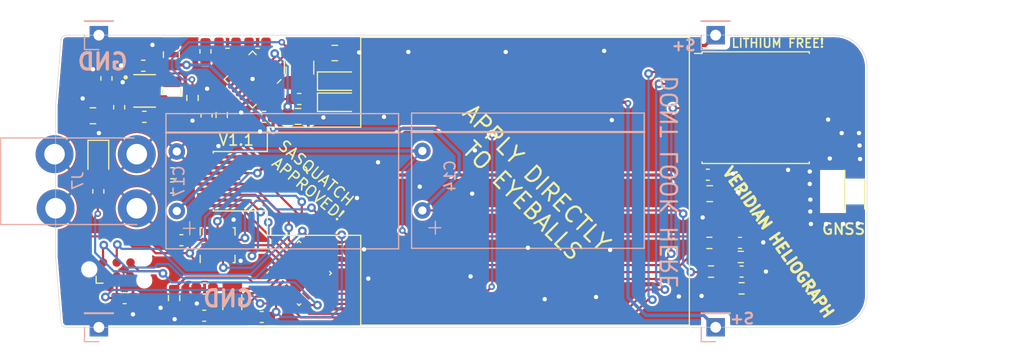
<source format=kicad_pcb>
(kicad_pcb (version 20211014) (generator pcbnew)
  (layers (0 "F.Cu" signal) (31 "B.Cu" signal) (34 "B.Paste" user) (35 "F.Paste" user) (36 "B.SilkS" user "B.Silkscreen") (37 "F.SilkS" user "F.Silkscreen") (38 "B.Mask" user) (39 "F.Mask" user) (44 "Edge.Cuts" user))
  (net 0 "")
  (net 1 "GND")
  (net 2 "VBAT_SENSE")
  (net 3 "VDD")
  (net 4 "VSTOR")
  (net 5 "GPS_EXINT")
  (net 6 "Net-(C4-Pad1)")
  (net 7 "Net-(C10-Pad1)")
  (net 8 "DISP_CS")
  (net 9 "EXTCOMIN")
  (net 11 "GPS_UART_MOSI")
  (net 12 "GPS_UART_MISO")
  (net 13 "Net-(D2-Pad2)")
  (net 14 "LED")
  (net 15 "/GPS_RF")
  (net 16 "VBAT")
  (net 17 "DISP_EN")
  (net 18 "Net-(R4-Pad1)")
  (net 19 "Net-(L2-Pad2)")
  (net 20 "Net-(L2-Pad1)")
  (net 21 "Net-(C6-Pad1)")
  (net 22 "Net-(L3-Pad2)")
  (net 23 "Net-(ROV3-Pad1)")
  (net 24 "Net-(ROV4-Pad1)")
  (net 34 "SOLAR_SENSE1")
  (net 35 "RESET")
  (net 37 "VBATMID")
  (net 38 "VBATMID_SENSE")
  (net 54 "/SWDIO")
  (net 55 "SPI_MOSI")
  (net 56 "SPI_CLK")
  (net 57 "SPI_MISO")
  (net 58 "LIS_INT")
  (net 59 "LIS_CS")
  (net 60 "SOLAR+")
  (net 61 "Net-(D1-Pad2)")
  (net 62 "Net-(D3-Pad2)")
  (net 63 "BOOT0")
  (footprint "Capacitor_SMD:C_0805_2012Metric" (layer "F.Cu") (at 59.7 51.8 -90)
    (fp_text reference "C12" hide)
    (fp_text value "47uF")
  )
  (footprint "Resistor_SMD:R_0603_1608Metric" (layer "F.Cu") (at 52.95 64.4375 90)
    (fp_text reference "R3" hide)
    (fp_text value "390")
  )
  (footprint "Diode_SMD:D_0805_2012Metric" (layer "F.Cu") (at 52.95 61.4 -90)
    (fp_text reference "D2" hide)
    (fp_text value "LED")
  )
  (footprint "Capacitor_SMD:C_0603_1608Metric" (layer "F.Cu") (at 57.2 57.55)
    (fp_text reference "C5" hide)
    (fp_text value "10nF")
  )
  (footprint "Capacitor_SMD:C_0805_2012Metric" (layer "F.Cu") (at 52.45 57.45)
    (fp_text reference "C7" hide)
    (fp_text value "47uF")
  )
  (footprint "Capacitor_SMD:C_0603_1608Metric" (layer "F.Cu") (at 57.1 52.825)
    (fp_text reference "C8" hide)
    (fp_text value "1uF")
  )
  (footprint "Resistor_SMD:R_0603_1608Metric" (layer "F.Cu") (at 54.875 56.6625 -90)
    (fp_text reference "R4" hide)
    (fp_text value "432k")
  )
  (footprint "Resistor_SMD:R_0603_1608Metric" (layer "F.Cu") (at 53.7 54 -90)
    (fp_text reference "R5" hide)
    (fp_text value "91k")
  )
  (footprint "Margo_Lib:VREG_TPS63802DLAR" (layer "F.Cu") (at 57.225 55.15)
    (fp_text reference "U7" hide)
    (fp_text value "TPS63802")
  )
  (footprint "Inductor_SMD:L_0806_2016Metric" (layer "F.Cu") (at 59.725 55.25 -90)
    (fp_text reference "L2" hide)
    (fp_text value "0.47uH")
  )
  (footprint "Capacitor_SMD:C_0805_2012Metric" (layer "F.Cu") (at 74.8 51.65)
    (fp_text reference "C3" hide)
    (fp_text value "4.7uF")
  )
  (footprint "Capacitor_SMD:C_0603_1608Metric" (layer "F.Cu") (at 67.6625 50.7 180)
    (fp_text reference "C6" hide)
    (fp_text value "10nF")
  )
  (footprint "Capacitor_SMD:C_0603_1608Metric" (layer "F.Cu") (at 71.5125 55.9 180)
    (fp_text reference "C19" hide)
    (fp_text value "10nF")
  )
  (footprint "Inductor_SMD:L_1210_3225Metric" (layer "F.Cu") (at 71.5 53 -90)
    (fp_text reference "L3" hide)
    (fp_text value "22uH")
  )
  (footprint "Resistor_SMD:R_0603_1608Metric" (layer "F.Cu") (at 64.8875 50.7)
    (fp_text reference "ROV3" hide)
    (fp_text value "4.30M")
  )
  (footprint "Resistor_SMD:R_0603_1608Metric" (layer "F.Cu") (at 62.85 51.5 90)
    (fp_text reference "ROV4" hide)
    (fp_text value "8.66M")
  )
  (footprint "Capacitor_SMD:C_0603_1608Metric" (layer "F.Cu") (at 59.8 62.76)
    (fp_text reference "C9" hide)
    (fp_text value "1uF")
  )
  (footprint "Capacitor_SMD:C_0603_1608Metric" (layer "F.Cu") (at 59.7875 64.08)
    (fp_text reference "C20" hide)
    (fp_text value "1uF")
  )
  (footprint "Capacitor_SMD:C_0603_1608Metric" (layer "F.Cu") (at 68.2625 57.55)
    (fp_text reference "C15" hide)
    (fp_text value "10nF")
  )
  (footprint "Capacitor_SMD:C_0805_2012Metric" (layer "F.Cu") (at 71.4 57.51 180)
    (fp_text reference "C2" hide)
    (fp_text value "4.7uF")
  )
  (footprint "Capacitor_SMD:C_0603_1608Metric" (layer "F.Cu") (at 68.05 76.05 180)
    (fp_text reference "C25" hide)
    (fp_text value "1uF")
  )
  (footprint "Capacitor_SMD:C_0603_1608Metric" (layer "F.Cu") (at 60.625 68.95)
    (fp_text reference "C26" hide)
    (fp_text value "1uF")
  )
  (footprint "Package_LGA:LGA-16_3x3mm_P0.5mm_LayoutBorder3x5y" (layer "F.Cu") (at 63.97 69.41 90)
    (fp_text reference "U6" hide)
    (fp_text value "LIS3DH" hide)
  )
  (footprint "Margo_Lib:LS013B7DH03" (layer "F.Cu") (at 63.57 63.5 90)
    (fp_text reference "J1" hide)
    (fp_text value "Conn_01x10_Female")
  )
  (footprint "Diode_SMD:D_SOD-323_HandSoldering" (layer "F.Cu") (at 75.1 56.2)
    (fp_text reference "D1" hide)
    (fp_text value "Schottky")
  )
  (footprint "Diode_SMD:D_SOD-323_HandSoldering" (layer "F.Cu") (at 75.1 54.25)
    (fp_text reference "D3" hide)
    (fp_text value "Schottky")
  )
  (footprint "Package_DFN_QFN:QFN-20-1EP_3.5x3.5mm_P0.5mm_EP2x2mm" (layer "F.Cu") (at 67.2 54.1 -135)
    (fp_text reference "U5" hide)
    (fp_text value "BQ25505")
  )
  (footprint "Capacitor_SMD:C_0603_1608Metric" (layer "F.Cu") (at 112.25 69.2 180)
    (fp_text reference "C16" hide)
    (fp_text value "10nF")
  )
  (footprint "Resistor_SMD:R_0603_1608Metric" (layer "F.Cu") (at 109.425 69.2 180)
    (fp_text reference "R2" hide)
    (fp_text value "1M")
  )
  (footprint "Resistor_SMD:R_0603_1608Metric" (layer "F.Cu") (at 112.325 70.5 180)
    (fp_text reference "R6" hide)
    (fp_text value "1M")
  )
  (footprint "Resistor_SMD:R_0603_1608Metric" (layer "F.Cu") (at 109.575 71.85 180)
    (fp_text reference "R12" hide)
    (fp_text value "1M")
  )
  (footprint "Resistor_SMD:R_0603_1608Metric" (layer "F.Cu") (at 64.35 57.375 90)
    (fp_text reference "R15" hide)
    (fp_text value "1M")
  )
  (footprint "Resistor_SMD:R_0603_1608Metric" (layer "F.Cu") (at 112.4 73.4 180)
    (fp_text reference "R13" hide)
    (fp_text value "1M")
  )
  (footprint "Capacitor_SMD:C_0603_1608Metric" (layer "F.Cu") (at 112.4 71.85 180)
    (fp_text reference "C23" hide)
    (fp_text value "10nF")
  )
  (footprint "Capacitor_SMD:C_0603_1608Metric" (layer "F.Cu") (at 62.95 57.425 90)
    (fp_text reference "C28" hide)
    (fp_text value "10nF")
  )
  (footprint "Resistor_SMD:R_0603_1608Metric" (layer "F.Cu") (at 61.65 55.8 90)
    (fp_text reference "R14" hide)
    (fp_text value "1M")
  )
  (footprint "Capacitor_SMD:C_0402_1005Metric" (layer "F.Cu") (at 120.35 59.525 -90)
    (fp_text reference "C1" hide)
    (fp_text value "3.3pF")
  )
  (footprint "RF_GPS:ublox_MAX" (layer "F.Cu") (at 113.7 56.7)
    (fp_text reference "U2" hide)
    (fp_text value "MAX-M10Q")
  )
  (footprint "RF_Antenna:Pulse_W3011" (layer "F.Cu") (at 122.85 64.45)
    (fp_text reference "AE1" hide)
    (fp_text value "Antenna_Shield")
  )
  (footprint "Capacitor_SMD:C_0603_1608Metric" (layer "F.Cu") (at 109.275 62.9)
    (fp_text reference "C21" hide)
    (fp_text value "1uF")
  )
  (footprint "Capacitor_SMD:C_0603_1608Metric" (layer "F.Cu") (at 62.735 75.93 180)
    (fp_text reference "C10" hide)
    (fp_text value "11pF")
  )
  (footprint "Capacitor_SMD:C_0805_2012Metric" (layer "F.Cu") (at 109.45 64.65)
    (fp_text reference "C13" hide)
    (fp_text value "4.7uF")
  )
  (footprint "Package_DFN_QFN:QFN-28_4x4mm_P0.5mm" (layer "F.Cu") (at 71.5 72 45)
    (fp_text reference "U1" hide)
    (fp_text value "STM32L011G3Ux")
  )
  (footprint "Capacitor_SMD:C_0603_1608Metric" (layer "F.Cu") (at 55.375 74.3 180)
    (fp_text reference "C18" hide)
    (fp_text value "10nF")
  )
  (footprint "Capacitor_SMD:C_0603_1608Metric" (layer "F.Cu") (at 75.25 69.85)
    (fp_text reference "C11" hide)
    (fp_text value "1uF")
  )
  (footprint "Capacitor_SMD:C_0603_1608Metric" (layer "F.Cu") (at 62.77 73.42 180)
    (fp_text reference "C4" hide)
    (fp_text value "11pF")
  )
  (footprint "Resistor_SMD:R_0603_1608Metric" (layer "F.Cu") (at 59.95 74.3 90)
    (fp_text reference "R1" hide)
    (fp_text value "91k")
  )
  (footprint "Connector:Tag-Connect_TC2030-IDC-NL_2x03_P1.27mm_Vertical" (layer "F.Cu") (at 54.65 71.65)
    (fp_text reference "J4" hide)
    (fp_text value "Conn_02x03_Odd_Even")
  )
  (footprint "Crystal:Crystal_SMD_3215-2Pin_3.2x1.5mm" (layer "F.Cu") (at 65.33 74.69 -90)
    (fp_text reference "Y1" hide)
    (fp_text value "32.768")
  )
  (footprint "Connector_PinHeader_2.54mm:PinHeader_1x01_P2.54mm_Vertical" (layer "B.Cu") (at 110 50)
    (fp_text reference "J2" hide)
    (fp_text value "Solar1+")
  )
  (footprint "Connector_PinHeader_2.54mm:PinHeader_1x01_P2.54mm_Vertical" (layer "B.Cu") (at 110 77)
    (fp_text reference "J5" hide)
    (fp_text value "Solar2+")
  )
  (footprint "Connector_PinHeader_2.54mm:PinHeader_1x01_P2.54mm_Vertical" (layer "B.Cu") (at 53 77)
    (fp_text reference "J6" hide)
    (fp_text value "GND")
  )
  (footprint "Veridian-Library-KiCad:Right Angle Screw Terminal M3M4" (layer "B.Cu") (at 49 63.5 90)
    (fp_text reference "J7")
    (fp_text value "Screw_Terminal_01x01")
  )
  (footprint "Connector_PinHeader_2.54mm:PinHeader_1x01_P2.54mm_Vertical" (layer "B.Cu") (at 53 50)
    (fp_text reference "J3" hide)
    (fp_text value "GND")
  )
  (footprint "Veridian-Library-KiCad:SCCT20E106SRB" (layer "B.Cu") (at 60.2 63.5 90)
    (fp_text reference "C17")
    (fp_text value "10F")
  )
  (footprint "Veridian-Library-KiCad:SCCT20E106SRB" (layer "B.Cu") (at 82.9 63.45 90)
    (fp_text reference "C14")
    (fp_text value "10F")
  )
  (gr_arc (start 50 77) (mid 49.662949 76.871723) (end 49.5 76.55) (layer "Edge.Cuts") (width 0.05))
  (gr_arc (start 121 50) (mid 123.12132 50.87868) (end 124 53) (layer "Edge.Cuts") (width 0.05))
  (gr_line (start 49 56.5) (end 49.502481 50.450248) (layer "Edge.Cuts") (width 0.05))
  (gr_line (start 49.5 76.55) (end 49 70.5) (layer "Edge.Cuts") (width 0.05))
  (gr_line (start 124 53) (end 124 74) (layer "Edge.Cuts") (width 0.05))
  (gr_line (start 121 77) (end 50 77) (layer "Edge.Cuts") (width 0.05))
  (gr_arc (start 124 74) (mid 123.12132 76.12132) (end 121 77) (layer "Edge.Cuts") (width 0.05))
  (gr_line (start 49 56.5) (end 49 70.5) (layer "Edge.Cuts") (width 0.05))
  (gr_line (start 50 50) (end 121 50) (layer "Edge.Cuts") (width 0.05))
  (gr_arc (start 49.502481 50.450248) (mid 49.664497 50.129274) (end 50 50) (layer "Edge.Cuts") (width 0.05))
  (gr_text "GND" (at 64.95 74.35) (layer "B.SilkS") (effects (font (size 1.5 1.5) (thickness 0.3)) (justify mirror)))
  (gr_text "S+" (at 107.05 50.95) (layer "B.SilkS") (effects (font (size 1 1) (thickness 0.2)) (justify mirror)))
  (gr_text "S+" (at 112.45 76.2) (layer "B.SilkS") (effects (font (size 1 1) (thickness 0.2)) (justify mirror)))
  (gr_text "GND" (at 53.35 52.45) (layer "B.SilkS") (effects (font (size 1.5 1.5) (thickness 0.3)) (justify mirror)))
  (gr_text "DONT LOOK HERE " (at 105.75 64.15 90) (layer "B.SilkS") (effects (font (size 1.5 1.5) (thickness 0.2)) (justify mirror)))
  (gr_text "V1.1" (at 65.7 59.7) (layer "F.SilkS") (effects (font (size 1 1))))
  (gr_text "LITHIUM FREE!" (at 115.75 50.75) (layer "F.SilkS") (effects (font (size 0.8 0.8))))
  (gr_text "VERIDIAN HELIOGRAPH" (at 115.8 69.15 -55) (layer "F.SilkS") (effects (font (size 1 1) (thickness 0.25))))
  (gr_text "APPLY DIRECTLY \nTO EYEBALLS" (at 93 64.45 -45) (layer "F.SilkS") (effects (font (size 1.5 1.5) (thickness 0.2))))
  (gr_text "SASQUATCH \nAPPROVED!" (at 72.85 63.6 320) (layer "F.SilkS") (effects (font (size 1 1))))
  (gr_text "GNSS" (at 121.825 67.925) (layer "F.SilkS") (effects (font (size 1 1) (thickness 0.18))))
  (segment (start 64.97 70.635) (end 65.882533 70.635) (width 0.2) (layer "F.Cu") (net 1))
  (segment (start 69.100349 53.613864) (end 68.614213 54.1) (width 0.2) (layer "F.Cu") (net 1))
  (segment (start 65.45 67.05) (end 65.2 67.05) (width 0.2) (layer "F.Cu") (net 1))
  (segment (start 68.614213 54.1) (end 68.26066 54.1) (width 0.2) (layer "F.Cu") (net 1))
  (segment (start 57.05 55.15) (end 57.05 56.9125) (width 0.2) (layer "F.Cu") (net 1))
  (segment (start 66.713864 56.000349) (end 67.2 55.514213) (width 0.2) (layer "F.Cu") (net 1))
  (segment (start 67.2 55.514213) (end 67.2 55.16066) (width 0.2) (layer "F.Cu") (net 1))
  (segment (start 57.05 56.9125) (end 56.4125 57.55) (width 0.2) (layer "F.Cu") (net 1))
  (segment (start 69.026894 71.648214) (end 68.051786 71.648214) (width 0.2) (layer "F.Cu") (net 1))
  (segment (start 67.686136 52.199651) (end 67.2 52.685787) (width 0.2) (layer "F.Cu") (net 1))
  (segment (start 56.325 55.15) (end 57.775 55.15) (width 0.2) (layer "F.Cu") (net 1))
  (segment (start 67.2 52.685787) (end 67.2 53.03934) (width 0.2) (layer "F.Cu") (net 1))
  (segment (start 65.882533 70.635) (end 66.1 70.852467) (width 0.2) (layer "F.Cu") (net 1))
  (via (at 56.15 75.8) (size 0.8) (drill 0.4) (layers "F.Cu" "B.Cu") (net 1))
  (via (at 55.2 54.35) (size 0.8) (drill 0.4) (layers "F.Cu" "B.Cu") (net 1))
  (via (at 123.35 61.45) (size 0.8) (drill 0.4) (layers "F.Cu" "B.Cu") (net 1))
  (via (at 111.6 62.8) (size 0.8) (drill 0.4) (layers "F.Cu" "B.Cu") (net 1))
  (via (at 118.75 65.2) (size 0.8) (drill 0.4) (layers "F.Cu" "B.Cu") (net 1))
  (via (at 92.65 69.65) (size 0.8) (drill 0.4) (layers "F.Cu" "B.Cu") (net 1))
  (via (at 65.45 67.05) (size 0.8) (drill 0.4) (layers "F.Cu" "B.Cu") (net 1))
  (via (at 94.2 74.4) (size 0.8) (drill 0.4) (layers "F.Cu" "B.Cu") (net 1))
  (via (at 100.25 69.85) (size 0.8) (drill 0.4) (layers "F.Cu" "B.Cu") (net 1))
  (via (at 118.7 62.6) (size 0.8) (drill 0.4) (layers "F.Cu" "B.Cu") (net 1))
  (via (at 76.85 65.05) (size 0.8) (drill 0.4) (layers "F.Cu" "B.Cu") (net 1))
  (via (at 120.2 67.45) (size 0.8) (drill 0.4) (layers "F.Cu" "B.Cu") (net 1))
  (via (at 108.7 74.1) (size 0.8) (drill 0.4) (layers "F.Cu" "B.Cu") (net 1))
  (via (at 58.7 75.2) (size 0.8) (drill 0.4) (layers "F.Cu" "B.Cu") (net 1))
  (via (at 108.8 66.85) (size 0.8) (drill 0.4) (layers "F.Cu" "B.Cu") (net 1))
  (via (at 66.15 57.15) (size 0.8) (drill 0.4) (layers "F.Cu" "B.Cu") (net 1))
  (via (at 120.4 57.8) (size 0.8) (drill 0.4) (layers "F.Cu" "B.Cu") (net 1))
  (via (at 77.5 69.8) (size 0.8) (drill 0.4) (layers "F.Cu" "B.Cu") (net 1))
  (via (at 52.45 53.15) (size 0.8) (drill 0.4) (layers "F.Cu" "B.Cu") (net 1))
  (via (at 123.25 59.05) (size 0.8) (drill 0.4) (layers "F.Cu" "B.Cu") (net 1))
  (via (at 57.95 50.9) (size 0.8) (drill 0.4) (layers "F.Cu" "B.Cu") (net 1))
  (via (at 123.3 60.2) (size 0.8) (drill 0.4) (layers "F.Cu" "B.Cu") (net 1))
  (via (at 87.5 64.65) (size 0.8) (drill 0.4) (layers "F.Cu" "B.Cu") (net 1))
  (via (at 66.1 70.852467) (size 0.8) (drill 0.4) (layers "F.Cu" "B.Cu") (net 1))
  (via (at 87.35 72.3) (size 0.8) (drill 0.4) (layers "F.Cu" "B.Cu") (net 1))
  (via (at 67.2 54.05) (size 0.8) (drill 0.4) (layers "F.Cu" "B.Cu") (net 1))
  (via (at 51.5 55.85) (size 0.8) (drill 0.4) (layers "F.Cu" "B.Cu") (net 1))
  (via (at 55.05 52.8) (size 0.8) (drill 0.4) (layers "F.Cu" "B.Cu") (net 1))
  (via (at 112.05 64.5) (size 0.8) (drill 0.4) (layers "F.Cu" "B.Cu") (net 1))
  (via (at 118.75 66.3) (size 0.8) (drill 0.4) (layers "F.Cu" "B.Cu") (net 1))
  (via (at 63 54.95) (size 0.8) (drill 0.4) (layers "F.Cu" "B.Cu") (net 1))
  (via (at 77.05 51.6) (size 0.8) (drill 0.4) (layers "F.Cu" "B.Cu") (net 1))
  (via (at 120.55 61.4) (size 0.8) (drill 0.4) (layers "F.Cu" "B.Cu") (net 1))
  (via (at 114.4 69.15) (size 0.8) (drill 0.4) (layers "F.Cu" "B.Cu") (net 1))
  (via (at 114.65 71.85) (size 0.8) (drill 0.4) (layers "F.Cu" "B.Cu") (net 1))
  (via (at 61.65 57.9) (size 0.8) (drill 0.4) (layers "F.Cu" "B.Cu") (net 1))
  (via (at 78.8 61.75) (size 0.8) (drill 0.4) (layers "F.Cu" "B.Cu") (net 1))
  (via (at 90.6 51.55) (size 0.8) (drill 0.4) (layers "F.Cu" "B.Cu") (net 1))
  (via (at 118.8 67.45) (size 0.8) (drill 0.4) (layers "F.Cu" "B.Cu") (net 1))
  (via (at 60 76.25) (size 0.8) (drill 0.4) (layers "F.Cu" "B.Cu") (net 1))
  (via (at 81.6 51.55) (size 0.8) (drill 0.4) (layers "F.Cu" "B.Cu") (net 1))
  (via (at 53 59.05) (size 0.8) (drill 0.4) (layers "F.Cu" "B.Cu") (net 1))
  (via (at 123.15 67.4) (size 0.8) (drill 0.4) (layers "F.Cu" "B.Cu") (net 1))
  (via (at 98.95 74.2) (size 0.8) (drill 0.4) (layers "F.Cu" "B.Cu") (net 1))
  (via (at 116.7 62.45) (size 0.8) (drill 0.4) (layers "F.Cu" "B.Cu") (net 1))
  (via (at 87.75 60.65) (size 0.8) (drill 0.4) (layers "F.Cu" "B.Cu") (net 1))
  (via (at 62.05 74.8) (size 0.8) (drill 0.4) (layers "F.Cu" "B.Cu") (net 1))
  (via (at 106.6 74.15) (size 0.8) (drill 0.4) (layers "F.Cu" "B.Cu") (net 1))
  (via (at 79.35 57.55) (size 0.8) (drill 0.4) (layers "F.Cu" "B.Cu") (net 1))
  (via (at 100.4 57.85) (size 0.8) (drill 0.4) (layers "F.Cu" "B.Cu") (net 1))
  (via (at 118.7 63.75) (size 0.8) (drill 0.4) (layers "F.Cu" "B.Cu") (net 1))
  (via (at 77.9 72.5) (size 0.8) (drill 0.4) (layers "F.Cu" "B.Cu") (net 1))
  (via (at 67.9 58.9) (size 0.8) (drill 0.4) (layers "F.Cu" "B.Cu") (net 1))
  (via (at 82.65 64) (size 0.8) (drill 0.4) (layers "F.Cu" "B.Cu") (net 1))
  (via (at 73.75 57.6) (size 0.8) (drill 0.4) (layers "F.Cu" "B.Cu") (net 1))
  (via (at 64.05 60.25) (size 0.8) (drill 0.4) (layers "F.Cu" "B.Cu") (net 1))
  (via (at 99.7 51.45) (size 0.8) (drill 0.4) (layers "F.Cu" "B.Cu") (net 1))
  (via (at 121.8 67.45) (size 0.8) (drill 0.4) (layers "F.Cu" "B.Cu") (net 1))
  (via (at 121.65 59.05) (size 0.8) (drill 0.4) (layers "F.Cu" "B.Cu") (net 1))
  (segment (start 111.625 73.35) (end 111.575 73.4) (width 0.2) (layer "F.Cu") (net 2))
  (segment (start 110.74181 72.56681) (end 104.41502 72.56681) (width 0.2) (layer "F.Cu") (net 2))
  (segment (start 74.33952 74.83952) (end 72.870019 73.370019) (width 0.2) (layer "F.Cu") (net 2))
  (segment (start 111.575 73.4) (end 110.74181 72.56681) (width 0.2) (layer "F.Cu") (net 2))
  (segment (start 104.379698 72.531488) (end 92.968512 72.531488) (width 0.2) (layer "F.Cu") (net 2))
  (segment (start 110.4 71.85) (end 111.625 71.85) (width 0.2) (layer "F.Cu") (net 2))
  (segment (start 92.968512 72.531488) (end 90.66048 74.83952) (width 0.2) (layer "F.Cu") (net 2))
  (segment (start 90.66048 74.83952) (end 74.33952 74.83952) (width 0.2) (layer "F.Cu") (net 2))
  (segment (start 111.625 71.85) (end 111.625 73.35) (width 0.2) (layer "F.Cu") (net 2))
  (segment (start 104.41502 72.56681) (end 104.379698 72.531488) (width 0.2) (layer "F.Cu") (net 2))
  (segment (start 61.4 70.3) (end 61.4 70.15) (width 0.2) (layer "F.Cu") (net 3))
  (segment (start 54.875 57.45) (end 54.875 58.025) (width 0.3) (layer "F.Cu") (net 3))
  (segment (start 60.46875 58.26875) (end 61.6 59.4) (width 0.3) (layer "F.Cu") (net 3))
  (segment (start 56.1 69.55) (end 57.65 69.55) (width 0.2) (layer "F.Cu") (net 3))
  (segment (start 69.375 75.575) (end 69.3 75.575) (width 0.2) (layer "F.Cu") (net 3))
  (segment (start 55.4 58.55) (end 58.35 58.55) (width 0.3) (layer "F.Cu") (net 3))
  (segment (start 67.65 62.75) (end 68.35 62.05) (width 0.3) (layer "F.Cu") (net 3))
  (segment (start 60.5975 62.75) (end 60.5875 62.76) (width 0.3) (layer "F.Cu") (net 3))
  (segment (start 62.97 70.635) (end 62.605 71) (width 0.2) (layer "F.Cu") (net 3))
  (segment (start 61.4 70.15) (end 61.4 68.95) (width 0.2) (layer "F.Cu") (net 3))
  (segment (start 52.25 68.6) (end 55.15 68.6) (width 0.2) (layer "F.Cu") (net 3))
  (segment (start 108.5 64.65) (end 107.55 64.65) (width 0.3) (layer "F.Cu") (net 3))
  (segment (start 57.975 56.15) (end 57.975 57.5875) (width 0.25) (layer "F.Cu") (net 3))
  (segment (start 107.55 64.65) (end 105.825 62.925) (width 0.3) (layer "F.Cu") (net 3))
  (segment (start 74.475 69.85) (end 74.475 68.475) (width 0.3) (layer "F.Cu") (net 3))
  (segment (start 108.275 62.925) (end 108.5 62.925) (width 0.3) (layer "F.Cu") (net 3))
  (segment (start 107.25 57.8) (end 106.95 58.1) (width 0.3) (layer "F.Cu") (net 3))
  (segment (start 108.95 58.9) (end 108.85 59) (width 0.3) (layer "F.Cu") (net 3))
  (segment (start 74.475 68.475) (end 74.475 63.025) (width 0.3) (layer "F.Cu") (net 3))
  (segment (start 62.605 71) (end 62.1 71) (width 0.2) (layer "F.Cu") (net 3))
  (segment (start 73.223573 70.983534) (end 73.223573 70.976427) (width 0.2) (layer "F.Cu") (net 3))
  (segment (start 108.95 57.8) (end 107.25 57.8) (width 0.3) (layer "F.Cu") (net 3))
  (segment (start 106.95 61.6) (end 108.275 62.925) (width 0.3) (layer "F.Cu") (net 3))
  (segment (start 75.45 68.45) (end 75.425 68.475) (width 0.2) (layer "F.Cu") (net 3))
  (segment (start 61.0775 63.25) (end 60.5875 62.76) (width 0.3) (layer "F.Cu") (net 3))
  (segment (start 64.07 63.25) (end 61.0775 63.25) (width 0.3) (layer "F.Cu") (net 3))
  (segment (start 62.1 71) (end 61.4 70.3) (width 0.2) (layer "F.Cu") (net 3))
  (segment (start 58.35 58.55) (end 58.63125 58.26875) (width 0.3) (layer "F.Cu") (net 3))
  (segment (start 57.65 69.55) (end 58.25 70.15) (width 0.2) (layer "F.Cu") (net 3))
  (segment (start 69.3 75.575) (end 68.825 76.05) (width 0.2) (layer "F.Cu") (net 3))
  (segment (start 107.05 60) (end 106.95 60.1) (width 0.3) (layer "F.Cu") (net 3))
  (segment (start 73.223573 70.976427) (end 74.35 69.85) (width 0.2) (layer "F.Cu") (net 3))
  (segment (start 58.63125 58.26875) (end 60.46875 58.26875) (width 0.3) (layer "F.Cu") (net 3))
  (segment (start 51.15 72.35) (end 51.15 69.7) (width 0.2) (layer "F.Cu") (net 3))
  (segment (start 51.15 69.7) (end 52.25 68.6) (width 0.2) (layer "F.Cu") (net 3))
  (segment (start 106.95 59) (end 106.95 60.1) (width 0.3) (layer "F.Cu") (net 3))
  (segment (start 106.95 60.1) (end 106.95 61.6) (width 0.3) (layer "F.Cu") (net 3))
  (segment (start 52.865 72.8) (end 51.6 72.8) (width 0.2) (layer "F.Cu") (net 3))
  (segment (start 62.745 68.91) (end 61.625 68.91) (width 0.2) (layer "F.Cu") (net 3))
  (segment (start 69.375 74.832107) (end 69.375 75.575) (width 0.2) (layer "F.Cu") (net 3))
  (segment (start 51.6 72.8) (end 51.15 72.35) (width 0.2) (layer "F.Cu") (net 3))
  (segment (start 106.95 58.1) (end 106.95 59) (width 0.3) (layer "F.Cu") (net 3))
  (segment (start 69.225 62.925) (end 68.35 62.05) (width 0.3) (layer "F.Cu") (net 3))
  (segment (start 55.15 68.6) (end 56.1 69.55) (width 0.2) (layer "F.Cu") (net 3))
  (segment (start 108.5 64.65) (end 108.5 62.925) (width 0.4) (layer "F.Cu") (net 3))
  (segment (start 61.6 59.4) (end 65.7 59.4) (width 0.3) (layer "F.Cu") (net 3))
  (segment (start 64.07 62.75) (end 67.65 62.75) (width 0.2) (layer "F.Cu") (net 3))
  (segment (start 75.425 68.475) (end 74.475 68.475) (width 0.2) (layer "F.Cu") (net 3))
  (segment (start 53.4 57.45) (end 54.875 57.45) (width 0.3) (layer "F.Cu") (net 3))
  (segment (start 65.7 59.4) (end 68.35 62.05) (width 0.3) (layer "F.Cu") (net 3))
  (segment (start 57.9625 57.6) (end 58.63125 58.26875) (width 0.3) (layer "F.Cu") (net 3))
  (segment (start 108.85 59) (end 106.95 59) (width 0.3) (layer "F.Cu") (net 3))
  (segment (start 58.25 70.15) (end 61.4 70.15) (width 0.2) (layer "F.Cu") (net 3))
  (segment (start 64.07 62.25) (end 61.0975 62.25) (width 0.3) (layer "F.Cu") (net 3))
  (segment (start 108.95 60) (end 107.05 60) (width 0.3) (layer "F.Cu") (net 3))
  (segment (start 64.07 62.75) (end 60.5975 62.75) (width 0.3) (layer "F.Cu") (net 3))
  (segment (start 57.975 57.5875) (end 57.9625 57.6) (width 0.2) (layer "F.Cu") (net 3))
  (segment (start 74.35 69.85) (end 74.475 69.85) (width 0.2) (layer "F.Cu") (net 3))
  (segment (start 105.825 62.925) (end 69.225 62.925) (width 0.3) (layer "F.Cu") (net 3))
  (segment (start 53.38 72.285) (end 52.865 72.8) (width 0.2) (layer "F.Cu") (net 3))
  (segment (start 61.0975 62.25) (end 60.5875 62.76) (width 0.3) (layer "F.Cu") (net 3))
  (segment (start 54.875 58.025) (end 55.4 58.55) (width 0.3) (layer "F.Cu") (net 3))
  (segment (start 70.483534 73.723573) (end 69.375 74.832107) (width 0.2) (layer "F.Cu") (net 3))
  (via (at 75.45 68.45) (size 0.8) (drill 0.4) (layers "F.Cu" "B.Cu") (net 3))
  (via (at 69.375 75.575) (size 0.8) (drill 0.4) (layers "F.Cu" "B.Cu") (net 3))
  (via (at 61.4 70.15) (size 0.8) (drill 0.4) (layers "F.Cu" "B.Cu") (net 3))
  (via (at 67.65 62.75) (size 0.8) (drill 0.4) (layers "F.Cu" "B.Cu") (net 3))
  (segment (start 62.8 68.75) (end 62.8 66.85) (width 0.2) (layer "B.Cu") (net 3))
  (segment (start 62.8 66.85) (end 66.9 62.75) (width 0.2) (layer "B.Cu") (net 3))
  (segment (start 69.85 76.05) (end 74.45 76.05) (width 0.2) (layer "B.Cu") (net 3))
  (segment (start 66.9 62.75) (end 67.65 62.75) (width 0.2) (layer "B.Cu") (net 3))
  (segment (start 74.45 76.05) (end 75.45 75.05) (width 0.2) (layer "B.Cu") (net 3))
  (segment (start 61.4 70.15) (end 62.8 68.75) (width 0.2) (layer "B.Cu") (net 3))
  (segment (start 75.45 75.05) (end 75.45 68.45) (width 0.2) (layer "B.Cu") (net 3))
  (segment (start 69.375 75.575) (end 69.85 76.05) (width 0.2) (layer "B.Cu") (net 3))
  (segment (start 68.393243 52.906757) (end 69.25 52.05) (width 0.2) (layer "F.Cu") (net 4))
  (segment (start 69.25 52.05) (end 69.25 51.7) (width 0.2) (layer "F.Cu") (net 4))
  (segment (start 70.45 56.6) (end 70.45 56.175) (width 0.2) (layer "F.Cu") (net 4))
  (segment (start 68.746796 54.939689) (end 69.707107 55.9) (width 0.2) (layer "F.Cu") (net 4))
  (segment (start 70.45 57.51) (end 70.45 56.6) (width 0.2) (layer "F.Cu") (net 4))
  (segment (start 69.707107 55.9) (end 70.725 55.9) (width 0.2) (layer "F.Cu") (net 4))
  (segment (start 70.45 56.175) (end 70.725 55.9) (width 0.2) (layer "F.Cu") (net 4))
  (via (at 70.45 56.6) (size 0.8) (drill 0.4) (layers "F.Cu" "B.Cu") (net 4))
  (via (at 69.25 51.7) (size 0.8) (drill 0.4) (layers "F.Cu" "B.Cu") (net 4))
  (segment (start 69.25 51.7) (end 70.45 52.9) (width 0.2) (layer "B.Cu") (net 4))
  (segment (start 70.45 52.9) (end 70.45 56.6) (width 0.2) (layer "B.Cu") (net 4))
  (segment (start 108.9 56.75) (end 108.95 56.7) (width 0.2) (layer "F.Cu") (net 5))
  (segment (start 73.973106 71.648214) (end 74.37132 71.25) (width 0.2) (layer "F.Cu") (net 5))
  (segment (start 106.05 56.75) (end 108.9 56.75) (width 0.2) (layer "F.Cu") (net 5))
  (segment (start 104.85 71.25) (end 105.9 70.2) (width 0.2) (layer "F.Cu") (net 5))
  (segment (start 74.37132 71.25) (end 104.85 71.25) (width 0.2) (layer "F.Cu") (net 5))
  (via (at 106.05 56.75) (size 0.8) (drill 0.4) (layers "F.Cu" "B.Cu") (net 5))
  (via (at 105.9 70.2) (size 0.8) (drill 0.4) (layers "F.Cu" "B.Cu") (net 5))
  (segment (start 105.9 56.9) (end 106.05 56.75) (width 0.2) (layer "B.Cu") (net 5))
  (segment (start 105.9 70.2) (end 105.9 56.9) (width 0.2) (layer "B.Cu") (net 5))
  (segment (start 68.652893 73.44) (end 65.33 73.44) (width 0.2) (layer "F.Cu") (net 6))
  (segment (start 65.31 73.42) (end 65.33 73.44) (width 0.2) (layer "F.Cu") (net 6))
  (segment (start 69.422874 72.670019) (end 68.652893 73.44) (width 0.2) (layer "F.Cu") (net 6))
  (segment (start 63.545 73.42) (end 65.31 73.42) (width 0.2) (layer "F.Cu") (net 6))
  (segment (start 69.776427 73.016466) (end 68.632394 74.160499) (width 0.2) (layer "F.Cu") (net 7))
  (segment (start 63.52 75.94) (end 63.51 75.93) (width 0.2) (layer "F.Cu") (net 7))
  (segment (start 65.73 75.94) (end 65.33 75.94) (width 0.2) (layer "F.Cu") (net 7))
  (segment (start 67.509501 74.160499) (end 65.73 75.94) (width 0.2) (layer "F.Cu") (net 7))
  (segment (start 68.632394 74.160499) (end 67.509501 74.160499) (width 0.2) (layer "F.Cu") (net 7))
  (segment (start 65.33 75.94) (end 63.52 75.94) (width 0.2) (layer "F.Cu") (net 7))
  (segment (start 69.6 66.9) (end 69.6 68.685787) (width 0.2) (layer "F.Cu") (net 8))
  (segment (start 69.6 68.685787) (end 70.837087 69.922874) (width 0.2) (layer "F.Cu") (net 8))
  (segment (start 64.07 64.75) (end 67.45 64.75) (width 0.2) (layer "F.Cu") (net 8))
  (segment (start 67.45 64.75) (end 69.6 66.9) (width 0.2) (layer "F.Cu") (net 8))
  (segment (start 70.55 68.92868) (end 71.148214 69.526894) (width 0.2) (layer "F.Cu") (net 9))
  (segment (start 54.65 69.4) (end 54.7 69.35) (width 0.2) (layer "F.Cu") (net 9))
  (segment (start 67.55 64.25) (end 70.55 67.25) (width 0.2) (layer "F.Cu") (net 9))
  (segment (start 54.65 71.015) (end 54.65 69.4) (width 0.2) (layer "F.Cu") (net 9))
  (segment (start 64.07 64.25) (end 67.55 64.25) (width 0.2) (layer "F.Cu") (net 9))
  (segment (start 70.55 67.25) (end 70.55 68.92868) (width 0.2) (layer "F.Cu") (net 9))
  (via (at 54.7 69.35) (size 0.8) (drill 0.4) (layers "F.Cu" "B.Cu") (net 9))
  (via (at 70.55 67.8) (size 0.8) (drill 0.4) (layers "F.Cu" "B.Cu") (net 9))
  (segment (start 60.911609 72.131467) (end 66.998674 72.131467) (width 0.2) (layer "B.Cu") (net 9))
  (segment (start 58.530142 69.75) (end 60.911609 72.131467) (width 0.2) (layer "B.Cu") (net 9))
  (segment (start 70.55 68.580141) (end 70.55 67.8) (width 0.2) (layer "B.Cu") (net 9))
  (segment (start 66.998674 72.131467) (end 70.55 68.580141) (width 0.2) (layer "B.Cu") (net 9))
  (segment (start 54.7 69.35) (end 55.1 69.75) (width 0.2) (layer "B.Cu") (net 9))
  (segment (start 55.1 69.75) (end 58.530142 69.75) (width 0.2) (layer "B.Cu") (net 9))
  (segment (start 71.148214 74.473106) (end 72.425108 75.75) (width 0.2) (layer "F.Cu") (net 11))
  (segment (start 104.75 54.5) (end 108.95 54.5) (width 0.2) (layer "F.Cu") (net 11))
  (segment (start 72.425108 75.75) (end 101.45 75.75) (width 0.2) (layer "F.Cu") (net 11))
  (segment (start 103.6895 73.5105) (end 105.308388 73.5105) (width 0.2) (layer "F.Cu") (net 11))
  (segment (start 101.45 75.75) (end 103.6895 73.5105) (width 0.2) (layer "F.Cu") (net 11))
  (via (at 104.75 54.5) (size 0.8) (drill 0.4) (layers "F.Cu" "B.Cu") (net 11))
  (via (at 105.308388 73.5105) (size 0.8) (drill 0.4) (layers "F.Cu" "B.Cu") (net 11))
  (segment (start 104.75 54.5) (end 104.5 54.75) (width 0.2) (layer "B.Cu") (net 11))
  (segment (start 104.5 72.702112) (end 105.308388 73.5105) (width 0.2) (layer "B.Cu") (net 11))
  (segment (start 104.5 54.75) (end 104.5 72.702112) (width 0.2) (layer "B.Cu") (net 11))
  (segment (start 71.675298 76.089511) (end 102.110489 76.089511) (width 0.2) (layer "F.Cu") (net 12))
  (segment (start 70.837087 74.077126) (end 70.25 74.664213) (width 0.2) (layer "F.Cu") (net 12))
  (segment (start 103.75 74.45) (end 104.15 74.45) (width 0.2) (layer "F.Cu") (net 12))
  (segment (start 70.25 74.664213) (end 71.675298 76.089511) (width 0.2) (layer "F.Cu") (net 12))
  (segment (start 108.95 53.4) (end 103.95 53.4) (width 0.2) (layer "F.Cu") (net 12))
  (segment (start 102.110489 76.089511) (end 103.75 74.45) (width 0.2) (layer "F.Cu") (net 12))
  (segment (start 103.95 53.4) (end 103.8 53.55) (width 0.2) (layer "F.Cu") (net 12))
  (via (at 104.15 74.45) (size 0.8) (drill 0.4) (layers "F.Cu" "B.Cu") (net 12))
  (via (at 103.8 53.55) (size 0.8) (drill 0.4) (layers "F.Cu" "B.Cu") (net 12))
  (segment (start 103.8 53.55) (end 103.8 74.1) (width 0.2) (layer "B.Cu") (net 12))
  (segment (start 103.8 74.1) (end 104.15 74.45) (width 0.2) (layer "B.Cu") (net 12))
  (segment (start 52.95 62.3375) (end 52.95 63.65) (width 0.2) (layer "F.Cu") (net 13))
  (segment (start 58.711852 71.80741) (end 58.919547 72.015105) (width 0.2) (layer "F.Cu") (net 14))
  (segment (start 56.71241 71.80741) (end 58.711852 71.80741) (width 0.2) (layer "F.Cu") (net 14))
  (segment (start 52.9 65.275) (end 52.95 65.225) (width 0.2) (layer "F.Cu") (net 14))
  (segment (start 52.9 66.5) (end 52.9 65.275) (width 0.2) (layer "F.Cu") (net 14))
  (segment (start 55.92 71.015) (end 56.71241 71.80741) (width 0.2) (layer "F.Cu") (net 14))
  (segment (start 71.851786 74.473106) (end 72.32868 74.95) (width 0.2) (layer "F.Cu") (net 14))
  (segment (start 72.32868 74.95) (end 73.2 74.95) (width 0.2) (layer "F.Cu") (net 14))
  (via (at 58.919547 72.015105) (size 0.8) (drill 0.4) (layers "F.Cu" "B.Cu") (net 14))
  (via (at 52.9 66.5) (size 0.6) (drill 0.3) (layers "F.Cu" "B.Cu") (net 14))
  (via (at 73.2 74.95) (size 0.8) (drill 0.4) (layers "F.Cu" "B.Cu") (net 14))
  (segment (start 73.2 74.95) (end 71.1 72.85) (width 0.2) (layer "B.Cu") (net 14))
  (segment (start 59.754442 72.85) (end 58.919547 72.015105) (width 0.2) (layer "B.Cu") (net 14))
  (segment (start 52.9 66.5) (end 52.65 66.75) (width 0.2) (layer "B.Cu") (net 14))
  (segment (start 52.65 66.75) (end 52.65 70.1) (width 0.2) (layer "B.Cu") (net 14))
  (segment (start 54.371179 71.821179) (end 58.725621 71.821179) (width 0.2) (layer "B.Cu") (net 14))
  (segment (start 58.725621 71.821179) (end 58.919547 72.015105) (width 0.2) (layer "B.Cu") (net 14))
  (segment (start 52.65 70.1) (end 54.371179 71.821179) (width 0.2) (layer "B.Cu") (net 14))
  (segment (start 71.1 72.85) (end 59.754442 72.85) (width 0.2) (layer "B.Cu") (net 14))
  (segment (start 120.34 60) (end 120.35 60.01) (width 0.4) (layer "F.Cu") (net 15))
  (segment (start 122.35 62.01) (end 122.35 62.85) (width 0.4) (layer "F.Cu") (net 15))
  (segment (start 118.45 60) (end 120.34 60) (width 0.4) (layer "F.Cu") (net 15))
  (arc (start 120.35 60.01) (mid 121.764214 60.595786) (end 122.35 62.01) (width 0.4) (layer "F.Cu") (net 15))
  (segment (start 59.625 52.825) (end 59.7 52.75) (width 0.3) (layer "F.Cu") (net 16))
  (segment (start 82.9 66.2) (end 106.7 66.2) (width 0.2) (layer "F.Cu") (net 16))
  (segment (start 108.7 71.9) (end 108.75 71.85) (width 0.2) (layer "F.Cu") (net 16))
  (segment (start 69.05 55.95) (end 69.05 57.55) (width 0.2) (layer "F.Cu") (net 16))
  (segment (start 57.8875 52.825) (end 59.625 52.825) (width 0.3) (layer "F.Cu") (net 16))
  (segment (start 57.975 54.15) (end 57.975 52.9125) (width 0.25) (layer "F.Cu") (net 16))
  (segment (start 69.1 58.65) (end 69.1 57.6) (width 0.3) (layer "F.Cu") (net 16))
  (segment (start 106.7 66.2) (end 107 66.5) (width 0.2) (layer "F.Cu") (net 16))
  (segment (start 61.1 52.75) (end 59.7 52.75) (width 0.3) (layer "F.Cu") (net 16))
  (segment (start 57.975 52.9125) (end 57.8875 52.825) (width 0.2) (layer "F.Cu") (net 16))
  (segment (start 56.325 54.15) (end 57.975 54.15) (width 0.2) (layer "F.Cu") (net 16))
  (segment (start 69.1 57.6) (end 69.05 57.55) (width 0.3) (layer "F.Cu") (net 16))
  (segment (start 68.393243 55.293243) (end 69.05 55.95) (width 0.2) (layer "F.Cu") (net 16))
  (segment (start 107.7 71.9) (end 108.7 71.9) (width 0.2) (layer "F.Cu") (net 16))
  (via (at 61.1 52.75) (size 0.8) (drill 0.4) (layers "F.Cu" "B.Cu") (net 16))
  (via (at 107.7 71.9) (size 0.8) (drill 0.4) (layers "F.Cu" "B.Cu") (net 16))
  (via (at 107 66.5) (size 0.8) (drill 0.4) (layers "F.Cu" "B.Cu") (net 16))
  (via (at 69.1 58.65) (size 0.6) (drill 0.3) (layers "F.Cu" "B.Cu") (net 16))
  (segment (start 86.3 61) (end 84.55 59.25) (width 0.3) (layer "B.Cu") (net 16))
  (segment (start 107 66.5) (end 107 71.2) (width 0.2) (layer "B.Cu") (net 16))
  (segment (start 86.3 62.8) (end 86.3 61) (width 0.3) (layer "B.Cu") (net 16))
  (segment (start 83.95 58.65) (end 69.1 58.65) (width 0.3) (layer "B.Cu") (net 16))
  (segment (start 107 71.2) (end 107.7 71.9) (width 0.2) (layer "B.Cu") (net 16))
  (segment (start 84.55 59.25) (end 83.95 58.65) (width 0.3) (layer "B.Cu") (net 16))
  (segment (start 63.2 52.75) (end 61.1 52.75) (width 0.3) (layer "B.Cu") (net 16))
  (segment (start 82.9 66.2) (end 86.3 62.8) (width 0.3) (layer "B.Cu") (net 16))
  (segment (start 69.1 58.65) (end 63.2 52.75) (width 0.3) (layer "B.Cu") (net 16))
  (segment (start 64.07 63.75) (end 60.905 63.75) (width 0.2) (layer "F.Cu") (net 17))
  (segment (start 64.07 63.75) (end 68.619846 63.75) (width 0.2) (layer "F.Cu") (net 17))
  (segment (start 60.905 63.75) (end 60.575 64.08) (width 0.2) (layer "F.Cu") (net 17))
  (segment (start 72.55 67.680154) (end 72.55 69.535787) (width 0.2) (layer "F.Cu") (net 17))
  (segment (start 68.619846 63.75) (end 72.55 67.680154) (width 0.2) (layer "F.Cu") (net 17))
  (segment (start 72.55 69.535787) (end 72.162913 69.922874) (width 0.2) (layer "F.Cu") (net 17))
  (segment (start 54.7875 55.875) (end 53.7 54.7875) (width 0.2) (layer "F.Cu") (net 18))
  (segment (start 54.875 55.875) (end 54.7875 55.875) (width 0.2) (layer "F.Cu") (net 18))
  (segment (start 55.1 55.65) (end 54.875 55.875) (width 0.2) (layer "F.Cu") (net 18))
  (segment (start 56.325 55.65) (end 55.1 55.65) (width 0.2) (layer "F.Cu") (net 18))
  (segment (start 57.975 55.65) (end 59.1875 55.65) (width 0.2) (layer "F.Cu") (net 19))
  (segment (start 59.1875 55.65) (end 59.725 56.1875) (width 0.2) (layer "F.Cu") (net 19))
  (segment (start 57.975 54.65) (end 59.3875 54.65) (width 0.2) (layer "F.Cu") (net 20))
  (segment (start 59.3875 54.65) (end 59.725 54.3125) (width 0.2) (layer "F.Cu") (net 20))
  (segment (start 68.45 52.142893) (end 68.45 50.7) (width 0.2) (layer "F.Cu") (net 21))
  (segment (start 68.039689 52.553204) (end 68.45 52.142893) (width 0.2) (layer "F.Cu") (net 21))
  (segment (start 64.1 51.15) (end 64.65 51.7) (width 0.2) (layer "F.Cu") (net 23))
  (segment (start 65.507107 51.7) (end 64.65 51.7) (width 0.2) (layer "F.Cu") (net 23))
  (segment (start 66.360311 52.553204) (end 65.507107 51.7) (width 0.2) (layer "F.Cu") (net 23))
  (segment (start 62.85 50.7125) (end 64.0875 50.7125) (width 0.2) (layer "F.Cu") (net 23))
  (segment (start 64.1 50.7) (end 64.1 51.15) (width 0.2) (layer "F.Cu") (net 23))
  (segment (start 64.0875 50.7125) (end 64.1 50.7) (width 0.2) (layer "F.Cu") (net 23))
  (segment (start 65.3875 52.2875) (end 62.85 52.2875) (width 0.2) (layer "F.Cu") (net 24))
  (segment (start 66.006757 52.906757) (end 65.3875 52.2875) (width 0.2) (layer "F.Cu") (net 24))
  (segment (start 64.25 56.65) (end 64.35 56.55) (width 0.2) (layer "F.Cu") (net 34))
  (segment (start 81.1 58.55) (end 88.65 58.55) (width 0.2) (layer "F.Cu") (net 34))
  (segment (start 88.65 58.55) (end 89.35 59.25) (width 0.2) (layer "F.Cu") (net 34))
  (segment (start 74.814213 73.9) (end 88.65 73.9) (width 0.2) (layer "F.Cu") (net 34))
  (segment (start 73.577126 72.662913) (end 74.814213 73.9) (width 0.2) (layer "F.Cu") (net 34))
  (segment (start 67.6 59.8) (end 79.85 59.8) (width 0.2) (layer "F.Cu") (net 34))
  (segment (start 79.85 59.8) (end 81.1 58.55) (width 0.2) (layer "F.Cu") (net 34))
  (segment (start 62.95 56.65) (end 64.25 56.65) (width 0.2) (layer "F.Cu") (net 34))
  (segment (start 88.65 73.9) (end 89.3 73.25) (width 0.2) (layer "F.Cu") (net 34))
  (segment (start 64.35 56.55) (end 67.6 59.8) (width 0.2) (layer "F.Cu") (net 34))
  (segment (start 62.925 56.625) (end 62.95 56.65) (width 0.2) (layer "F.Cu") (net 34))
  (segment (start 61.65 56.625) (end 62.925 56.625) (width 0.2) (layer "F.Cu") (net 34))
  (via (at 89.3 73.25) (size 0.6) (drill 0.3) (layers "F.Cu" "B.Cu") (net 34))
  (via (at 89.35 59.25) (size 0.6) (drill 0.3) (layers "F.Cu" "B.Cu") (net 34))
  (segment (start 89.35 73.2) (end 89.3 73.25) (width 0.2) (layer "B.Cu") (net 34))
  (segment (start 89.35 59.25) (end 89.35 73.2) (width 0.2) (layer "B.Cu") (net 34))
  (segment (start 54.65 74.25) (end 54.6 74.3) (width 0.2) (layer "F.Cu") (net 35))
  (segment (start 68.7 74.8) (end 70.129981 73.370019) (width 0.2) (layer "F.Cu") (net 35))
  (segment (start 54.6 74.3) (end 53.7 74.3) (width 0.2) (layer "F.Cu") (net 35))
  (segment (start 53.7 74.3) (end 53.6 74.2) (width 0.2) (layer "F.Cu") (net 35))
  (segment (start 67.9 74.8) (end 68.7 74.8) (width 0.2) (layer "F.Cu") (net 35))
  (segment (start 54.65 72.285) (end 54.65 74.25) (width 0.2) (layer "F.Cu") (net 35))
  (via (at 53.6 74.2) (size 0.8) (drill 0.4) (layers "F.Cu" "B.Cu") (net 35))
  (via (at 67.9 74.8) (size 0.8) (drill 0.4) (layers "F.Cu" "B.Cu") (net 35))
  (segment (start 53.6 74.2) (end 54.25 73.55) (width 0.2) (layer "B.Cu") (net 35))
  (segment (start 54.25 73.55) (end 66.65 73.55) (width 0.2) (layer "B.Cu") (net 35))
  (segment (start 66.65 73.55) (end 67.9 74.8) (width 0.2) (layer "B.Cu") (net 35))
  (segment (start 81.6 68.6) (end 81.05 68.05) (width 0.2) (layer "F.Cu") (net 37))
  (segment (start 108 68.6) (end 81.6 68.6) (width 0.2) (layer "F.Cu") (net 37))
  (segment (start 108.6 69.2) (end 108 68.6) (width 0.2) (layer "F.Cu") (net 37))
  (via (at 81.05 68.05) (size 0.6) (drill 0.3) (layers "F.Cu" "B.Cu") (net 37))
  (segment (start 65.75 60.7) (end 82.9 60.7) (width 0.3) (layer "B.Cu") (net 37))
  (segment (start 60.2 66.25) (end 65.75 60.7) (width 0.3) (layer "B.Cu") (net 37))
  (segment (start 81.05 62.55) (end 81.05 68.05) (width 0.2) (layer "B.Cu") (net 37))
  (segment (start 82.9 60.7) (end 81.05 62.55) (width 0.2) (layer "B.Cu") (net 37))
  (segment (start 89.95 74.45) (end 74.657107 74.45) (width 0.2) (layer "F.Cu") (net 38))
  (segment (start 92.5 71.9) (end 89.95 74.45) (width 0.2) (layer "F.Cu") (net 38))
  (segment (start 111.475 69.2) (end 111.475 70.475) (width 0.2) (layer "F.Cu") (net 38))
  (segment (start 111.475 70.475) (end 111.5 70.5) (width 0.2) (layer "F.Cu") (net 38))
  (segment (start 107.5 70.5) (end 106.1 71.9) (width 0.2) (layer "F.Cu") (net 38))
  (segment (start 111.475 69.2) (end 110.25 69.2) (width 0.2) (layer "F.Cu") (net 38))
  (segment (start 74.657107 74.45) (end 73.223573 73.016466) (width 0.2) (layer "F.Cu") (net 38))
  (segment (start 111.5 70.5) (end 107.5 70.5) (width 0.2) (layer "F.Cu") (net 38))
  (segment (start 106.1 71.9) (end 92.5 71.9) (width 0.2) (layer "F.Cu") (net 38))
  (segment (start 72.15 69.22868) (end 72.15 68.45) (width 0.2) (layer "F.Cu") (net 54))
  (segment (start 53.38 69.47) (end 53.45 69.4) (width 0.2) (layer "F.Cu") (net 54))
  (segment (start 71.851786 69.526894) (end 72.15 69.22868) (width 0.2) (layer "F.Cu") (net 54))
  (segment (start 53.38 71.015) (end 53.38 69.47) (width 0.2) (layer "F.Cu") (net 54))
  (segment (start 72.15 68.45) (end 71.8 68.1) (width 0.2) (layer "F.Cu") (net 54))
  (via (at 53.45 69.4) (size 0.8) (drill 0.4) (layers "F.Cu" "B.Cu") (net 54))
  (via (at 71.8 68.1) (size 0.8) (drill 0.4) (layers "F.Cu" "B.Cu") (net 54))
  (segment (start 71.8 68.1) (end 67.429022 72.470978) (width 0.2) (layer "B.Cu") (net 54))
  (segment (start 60.770978 72.470978) (end 59.45 71.15) (width 0.2) (layer "B.Cu") (net 54))
  (segment (start 67.429022 72.470978) (end 60.770978 72.470978) (width 0.2) (layer "B.Cu") (net 54))
  (segment (start 58.121179 71.478821) (end 55.528821 71.478821) (width 0.2) (layer "B.Cu") (net 54))
  (segment (start 55.528821 71.478821) (end 53.45 69.4) (width 0.2) (layer "B.Cu") (net 54))
  (segment (start 59.45 71.15) (end 58.45 71.15) (width 0.2) (layer "B.Cu") (net 54))
  (segment (start 58.45 71.15) (end 58.121179 71.478821) (width 0.2) (layer "B.Cu") (net 54))
  (segment (start 67.95 66.35) (end 66.85 65.25) (width 0.2) (layer "F.Cu") (net 55))
  (segment (start 66.85 65.25) (end 64.07 65.25) (width 0.2) (layer "F.Cu") (net 55))
  (segment (start 69.776427 70.983534) (end 68.702893 69.91) (width 0.2) (layer "F.Cu") (net 55))
  (segment (start 66.64 69.91) (end 65.195 69.91) (width 0.2) (layer "F.Cu") (net 55))
  (segment (start 68.702893 69.91) (end 66.64 69.91) (width 0.2) (layer "F.Cu") (net 55))
  (segment (start 67.15 70.4) (end 67.15 69.9) (width 0.2) (layer "F.Cu") (net 55))
  (via (at 67.95 66.35) (size 0.8) (drill 0.4) (layers "F.Cu" "B.Cu") (net 55))
  (via (at 67.15 70.4) (size 0.8) (drill 0.4) (layers "F.Cu" "B.Cu") (net 55))
  (segment (start 67.7 69.85) (end 67.15 70.4) (width 0.2) (layer "B.Cu") (net 55))
  (segment (start 67.7 66.6) (end 67.7 69.85) (width 0.2) (layer "B.Cu") (net 55))
  (segment (start 67.95 66.35) (end 67.7 66.6) (width 0.2) (layer "B.Cu") (net 55))
  (segment (start 68.678553 68.471447) (end 68.678553 67.328553) (width 0.2) (layer "F.Cu") (net 56))
  (segment (start 65.95 65.75) (end 68.7 68.5) (width 0.2) (layer "F.Cu") (net 56))
  (segment (start 64.47 71.37) (end 64.5 71.4) (width 0.2) (layer "F.Cu") (net 56))
  (segment (start 64.47 70.635) (end 64.47 71.37) (width 0.2) (layer "F.Cu") (net 56))
  (segment (start 64.07 65.75) (end 65.95 65.75) (width 0.2) (layer "F.Cu") (net 56))
  (segment (start 68.678553 68.471447) (end 70.483534 70.276427) (width 0.2) (layer "F.Cu") (net 56))
  (segment (start 64.5 71.4) (end 64.5 71.491967) (width 0.2) (layer "F.Cu") (net 56))
  (via (at 68.65 67.3) (size 0.8) (drill 0.4) (layers "F.Cu" "B.Cu") (net 56))
  (via (at 64.5 71.491967) (size 0.8) (drill 0.4) (layers "F.Cu" "B.Cu") (net 56))
  (segment (start 67.158033 71.491967) (end 64.5 71.491967) (width 0.2) (layer "B.Cu") (net 56))
  (segment (start 68.65 70) (end 67.158033 71.491967) (width 0.2) (layer "B.Cu") (net 56))
  (segment (start 68.65 67.3) (end 68.65 70) (width 0.2) (layer "B.Cu") (net 56))
  (segment (start 68.91 69.41) (end 65.195 69.41) (width 0.2) (layer "F.Cu") (net 57))
  (segment (start 70.129981 70.629981) (end 68.91 69.41) (width 0.2) (layer "F.Cu") (net 57))
  (segment (start 71.75 65.4) (end 71.75 66.4) (width 0.2) (layer "F.Cu") (net 58))
  (segment (start 63.97 67.22) (end 63.95 67.2) (width 0.2) (layer "F.Cu") (net 58))
  (segment (start 63.97 68.185) (end 63.97 67.22) (width 0.2) (layer "F.Cu") (net 58))
  (segment (start 72.95 69.842893) (end 72.516466 70.276427) (width 0.2) (layer "F.Cu") (net 58))
  (segment (start 71.75 66.4) (end 72.95 67.6) (width 0.2) (layer "F.Cu") (net 58))
  (segment (start 72.95 67.6) (end 72.95 69.842893) (width 0.2) (layer "F.Cu") (net 58))
  (via (at 63.95 67.2) (size 0.8) (drill 0.4) (layers "F.Cu" "B.Cu") (net 58))
  (via (at 71.75 65.4) (size 0.8) (drill 0.4) (layers "F.Cu" "B.Cu") (net 58))
  (segment (start 66.3 64.85) (end 63.95 67.2) (width 0.2) (layer "B.Cu") (net 58))
  (segment (start 71.2 64.85) (end 66.3 64.85) (width 0.2) (layer "B.Cu") (net 58))
  (segment (start 71.75 65.4) (end 71.2 64.85) (width 0.2) (layer "B.Cu") (net 58))
  (segment (start 65.195 68.91) (end 66.34 68.91) (width 0.2) (layer "F.Cu") (net 59))
  (segment (start 72.65 65.95) (end 73.35 66.65) (width 0.2) (layer "F.Cu") (net 59))
  (segment (start 73.35 70.15) (end 72.870019 70.629981) (width 0.2) (layer "F.Cu") (net 59))
  (segment (start 73.35 66.65) (end 73.35 70.15) (width 0.2) (layer "F.Cu") (net 59))
  (segment (start 66.34 68.91) (end 66.5 68.75) (width 0.2) (layer "F.Cu") (net 59))
  (via (at 72.65 65.95) (size 0.8) (drill 0.4) (layers "F.Cu" "B.Cu") (net 59))
  (via (at 66.5 68.75) (size 0.8) (drill 0.4) (layers "F.Cu" "B.Cu") (net 59))
  (segment (start 68.55 65.3) (end 67.55 65.3) (width 0.2) (layer "B.Cu") (net 59))
  (segment (start 66.5 66.35) (end 66.5 68.75) (width 0.2) (layer "B.Cu") (net 59))
  (segment (start 72.5 66.1) (end 69.35 66.1) (width 0.2) (layer "B.Cu") (net 59))
  (segment (start 72.65 65.95) (end 72.5 66.1) (width 0.2) (layer "B.Cu") (net 59))
  (segment (start 69.35 66.1) (end 68.55 65.3) (width 0.2) (layer "B.Cu") (net 59))
  (segment (start 67.55 65.3) (end 66.5 66.35) (width 0.2) (layer "B.Cu") (net 59))
  (segment (start 61.65 54.975) (end 61.65 54.15) (width 0.2) (layer "F.Cu") (net 60))
  (segment (start 73.8625 54.2375) (end 73.85 54.25) (width 0.3) (layer "F.Cu") (net 60))
  (segment (start 73.85 54.25) (end 73.85 56.2) (width 0.3) (layer "F.Cu") (net 60))
  (segment (start 73.8125 51.6) (end 73.8625 51.65) (width 0.3) (layer "F.Cu") (net 60))
  (segment (start 61.65 54.15) (end 61.6 54.1) (width 0.2) (layer "F.Cu") (net 60))
  (segment (start 71.5 51.6) (end 73.8125 51.6) (width 0.3) (layer "F.Cu") (net 60))
  (segment (start 69.9 50.65) (end 70.85 51.6) (width 0.2) (layer "F.Cu") (net 60))
  (segment (start 70.407107 51.6) (end 71.5 51.6) (width 0.2) (layer "F.Cu") (net 60))
  (segment (start 73.8625 51.65) (end 73.8625 54.2375) (width 0.3) (layer "F.Cu") (net 60))
  (segment (start 70.85 51.6) (end 71.5 51.6) (width 0.2) (layer "F.Cu") (net 60))
  (segment (start 68.746796 53.260311) (end 70.407107 51.6) (width 0.2) (layer "F.Cu") (net 60))
  (via (at 69.9 50.65) (size 0.6) (drill 0.3) (layers "F.Cu" "B.Cu") (net 60))
  (via (at 61.6 54.1) (size 0.6) (drill 0.3) (layers "F.Cu" "B.Cu") (net 60))
  (segment (start 61.3 50.65) (end 69.9 50.65) (width 0.2) (layer "B.Cu") (net 60))
  (segment (start 59.75 53.1) (end 59.75 52.2) (width 0.2) (layer "B.Cu") (net 60))
  (segment (start 61.6 54.1) (end 60.75 54.1) (width 0.2) (layer "B.Cu") (net 60))
  (segment (start 59.75 52.2) (end 60.35 51.6) (width 0.2) (layer "B.Cu") (net 60))
  (segment (start 60.35 51.6) (end 61.3 50.65) (width 0.2) (layer "B.Cu") (net 60))
  (segment (start 60.75 54.1) (end 59.75 53.1) (width 0.2) (layer "B.Cu") (net 60))
  (segment (start 101.8 56.2) (end 101.9 56.3) (width 0.3) (layer "F.Cu") (net 61))
  (segment (start 76.35 56.2) (end 101.8 56.2) (width 0.3) (layer "F.Cu") (net 61))
  (via (at 101.9 56.3) (size 0.6) (drill 0.3) (layers "F.Cu" "B.Cu") (net 61))
  (segment (start 108.9 75.9) (end 109.82548 76.82548) (width 0.3) (layer "B.Cu") (net 61))
  (segment (start 101.9 56.3) (end 101.9 74.25) (width 0.3) (layer "B.Cu") (net 61))
  (segment (start 101.9 74.25) (end 103.55 75.9) (width 0.3) (layer "B.Cu") (net 61))
  (segment (start 103.55 75.9) (end 108.9 75.9) (width 0.3) (layer "B.Cu") (net 61))
  (segment (start 100.15 54.25) (end 103.45 50.95) (width 0.3) (layer "F.Cu") (net 62))
  (segment (start 103.45 50.95) (end 109.05 50.95) (width 0.3) (layer "F.Cu") (net 62))
  (segment (start 76.35 54.25) (end 100.15 54.25) (width 0.3) (layer "F.Cu") (net 62))
  (segment (start 109.05 50.95) (end 109.82548 50.17452) (width 0.3) (layer "F.Cu") (net 62))
  (segment (start 66.75 72.4) (end 61.025 72.4) (width 0.2) (layer "F.Cu") (net 63))
  (segment (start 68.52868 72.85) (end 67.2 72.85) (width 0.2) (layer "F.Cu") (net 63))
  (segment (start 69.026894 72.351786) (end 68.52868 72.85) (width 0.2) (layer "F.Cu") (net 63))
  (segment (start 67.2 72.85) (end 66.75 72.4) (width 0.2) (layer "F.Cu") (net 63))
  (segment (start 61.025 72.4) (end 59.95 73.475) (width 0.2) (layer "F.Cu") (net 63))
  (zone (net 22) (net_name "Net-(L3-Pad2)") (layer "F.Cu") (priority 1) (connect_pads yes (clearance 0.2)) (min_thickness 0.2) (fill yes (thermal_gap 0.508) (thermal_bridge_width 0.508))
    (polygon (pts (xy 70.430888 53.790065) (xy 68.9 54.25) (xy 68.75 54.4) (xy 69.3 54.95) (xy 70.380888 54.95) (xy 72.630888 54.95) (xy 72.630888 53.8)))
  )
  (zone (net 1) (net_name "GND") (layer "F.Cu") (connect_pads (clearance 0.2)) (min_thickness 0.15) (fill yes (thermal_gap 0.2) (thermal_bridge_width 0.254))
    (polygon (pts (xy 126 79.9) (xy 47 78.9) (xy 49.3 48.75) (xy 125.85 46.75)))
  )
  (zone (net 0) (net_name "") (layers F&B.Cu) (connect_pads (clearance 0)) (min_thickness 0.15)
    (keepout (tracks not_allowed) (vias not_allowed) (pads allowed) (copperpour not_allowed) (footprints allowed))
    (fill (thermal_gap 0.2) (thermal_bridge_width 0.254))
    (polygon (pts (xy 122 62.45) (xy 122 63.25) (xy 124 63.25) (xy 124 65.65) (xy 122.05 65.65) (xy 122.05 66.45) (xy 119.65 66.45) (xy 119.65 62.45)))
  )
  (zone (net 0) (net_name "") (layer "F.Cu") (connect_pads (clearance 0)) (min_thickness 0.254)
    (keepout (tracks allowed) (vias allowed) (pads allowed) (copperpour not_allowed) (footprints allowed))
    (fill (thermal_gap 0.508) (thermal_bridge_width 0.508))
    (polygon (pts (xy 70.25 53.8) (xy 72.775 53.8) (xy 72.775 52.2) (xy 70.25 52.2)))
  )
  (zone (net 0) (net_name "") (layers F&B.Cu) (connect_pads (clearance 0)) (min_thickness 0.254)
    (keepout (tracks allowed) (vias allowed) (pads allowed) (copperpour not_allowed) (footprints allowed))
    (fill (thermal_gap 0.508) (thermal_bridge_width 0.508))
    (polygon (pts (xy 58.7 55.7) (xy 60.75 55.7) (xy 60.775 54.75) (xy 58.725 54.75)))
  )
  (zone (net 1) (net_name "GND") (layer "B.Cu") (connect_pads (clearance 0.2)) (min_thickness 0.2) (fill yes (thermal_gap 0.254) (thermal_bridge_width 0.254))
    (polygon (pts (xy 125.9 79.95) (xy 47.1 79) (xy 49.4 48.85) (xy 125.4 46.8)))
  )
)
</source>
